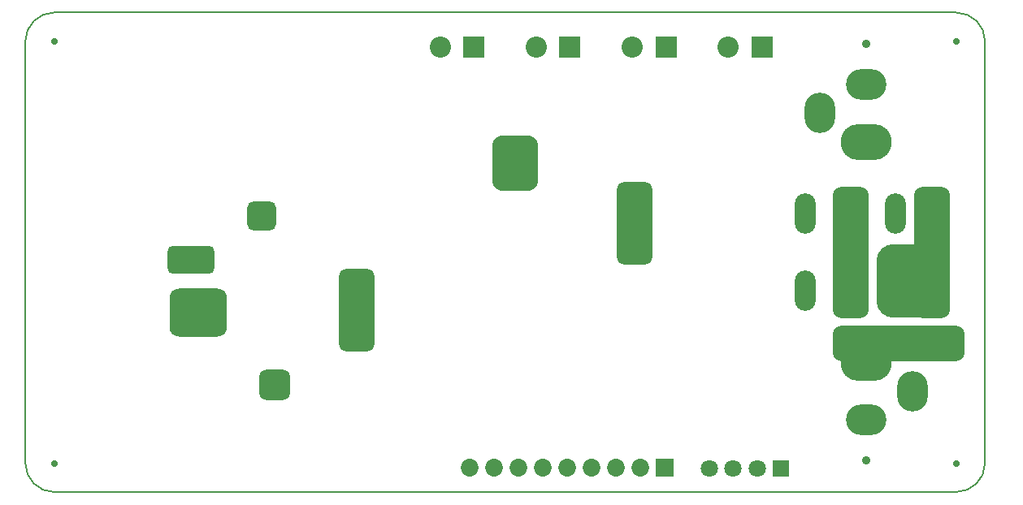
<source format=gbs>
%FSTAX43Y43*%
%MOMM*%
G71*
G01*
G75*
G04 Layer_Color=16711935*
%ADD10R,2.500X3.300*%
%ADD11R,1.500X1.900*%
%ADD12R,1.600X0.300*%
%ADD13R,3.400X9.700*%
%ADD14R,0.400X0.455*%
%ADD15R,1.050X1.100*%
%ADD16R,0.400X0.850*%
%ADD17C,1.500*%
%ADD18R,1.400X0.700*%
%ADD19R,3.800X4.500*%
%ADD20R,0.900X0.900*%
%ADD21R,1.700X1.700*%
%ADD22R,1.000X1.400*%
%ADD23R,1.700X1.700*%
%ADD24R,1.300X1.900*%
%ADD25R,0.650X1.600*%
%ADD26R,1.000X5.500*%
%ADD27R,1.600X3.000*%
%ADD28R,4.000X7.000*%
%ADD29R,0.300X0.800*%
%ADD30R,3.300X2.500*%
%ADD31R,1.000X1.500*%
%ADD32R,1.900X1.500*%
%ADD33R,3.000X2.500*%
%ADD34R,3.500X1.500*%
%ADD35R,0.900X1.200*%
%ADD36R,0.900X0.900*%
%ADD37R,0.455X0.400*%
%ADD38R,1.100X1.050*%
%ADD39R,0.850X0.400*%
%ADD40R,1.499X3.404*%
%ADD41R,0.600X0.600*%
%ADD42R,0.400X0.700*%
G04:AMPARAMS|DCode=43|XSize=2.51mm|YSize=2.55mm|CornerRadius=0.063mm|HoleSize=0mm|Usage=FLASHONLY|Rotation=270.000|XOffset=0mm|YOffset=0mm|HoleType=Round|Shape=RoundedRectangle|*
%AMROUNDEDRECTD43*
21,1,2.510,2.425,0,0,270.0*
21,1,2.385,2.550,0,0,270.0*
1,1,0.126,-1.212,-1.192*
1,1,0.126,-1.212,1.192*
1,1,0.126,1.212,1.192*
1,1,0.126,1.212,-1.192*
%
%ADD43ROUNDEDRECTD43*%
%ADD44R,0.753X3.600*%
%ADD45R,3.404X1.499*%
%ADD46R,0.700X0.400*%
G04:AMPARAMS|DCode=47|XSize=2.51mm|YSize=2.55mm|CornerRadius=0.063mm|HoleSize=0mm|Usage=FLASHONLY|Rotation=0.000|XOffset=0mm|YOffset=0mm|HoleType=Round|Shape=RoundedRectangle|*
%AMROUNDEDRECTD47*
21,1,2.510,2.425,0,0,0.0*
21,1,2.385,2.550,0,0,0.0*
1,1,0.126,1.192,-1.212*
1,1,0.126,-1.192,-1.212*
1,1,0.126,-1.192,1.212*
1,1,0.126,1.192,1.212*
%
%ADD47ROUNDEDRECTD47*%
%ADD48R,2.500X1.000*%
%ADD49R,1.400X1.000*%
%ADD50R,0.700X1.400*%
%ADD51R,4.500X3.800*%
%ADD52R,0.600X0.600*%
%ADD53R,4.700X1.250*%
%ADD54C,1.000*%
%ADD55C,0.600*%
%ADD56C,0.500*%
%ADD57C,0.300*%
%ADD58C,1.500*%
%ADD59C,0.900*%
%ADD60C,0.400*%
%ADD61C,1.700*%
%ADD62R,11.700X1.200*%
%ADD63R,4.000X11.800*%
%ADD64R,2.500X1.250*%
%ADD65R,2.500X7.100*%
%ADD66R,5.300X3.150*%
%ADD67R,6.100X1.000*%
%ADD68R,2.500X2.100*%
%ADD69R,13.900X1.900*%
%ADD70R,6.600X1.900*%
%ADD71R,3.200X8.500*%
%ADD72R,1.400X10.500*%
%ADD73R,3.300X1.500*%
%ADD74R,1.500X9.100*%
%ADD75R,1.100X3.875*%
%ADD76R,7.900X4.400*%
%ADD77R,3.200X0.600*%
%ADD78R,3.875X1.600*%
%ADD79R,15.400X1.900*%
%ADD80R,2.500X9.900*%
%ADD81R,3.400X4.200*%
%ADD82R,8.300X5.400*%
%ADD83R,24.000X2.700*%
%ADD84R,3.000X2.800*%
%ADD85R,2.900X11.200*%
%ADD86R,1.400X3.600*%
%ADD87R,4.200X1.450*%
%ADD88R,3.400X0.800*%
%ADD89R,1.000X9.300*%
%ADD90R,4.200X0.900*%
%ADD91R,3.400X5.700*%
%ADD92R,7.100X3.400*%
%ADD93R,4.400X8.250*%
%ADD94R,3.800X7.000*%
%ADD95R,4.400X13.600*%
%ADD96R,1.800X7.200*%
%ADD97R,5.100X10.400*%
%ADD98R,5.100X4.000*%
%ADD99R,7.200X5.500*%
%ADD100R,8.400X1.300*%
%ADD101R,6.100X3.100*%
%ADD102C,0.200*%
%ADD103R,2.000X2.000*%
%ADD104C,2.000*%
%ADD105C,0.500*%
%ADD106O,5.080X3.500*%
%ADD107O,3.000X4.000*%
%ADD108O,4.000X3.000*%
%ADD109C,0.700*%
%ADD110O,2.000X4.000*%
%ADD111C,1.700*%
%ADD112C,1.600*%
%ADD113R,1.600X1.600*%
%ADD114C,0.600*%
G04:AMPARAMS|DCode=115|XSize=14mm|YSize=4mm|CornerRadius=1mm|HoleSize=0mm|Usage=FLASHONLY|Rotation=0.000|XOffset=0mm|YOffset=0mm|HoleType=Round|Shape=RoundedRectangle|*
%AMROUNDEDRECTD115*
21,1,14.000,2.000,0,0,0.0*
21,1,12.000,4.000,0,0,0.0*
1,1,2.000,6.000,-1.000*
1,1,2.000,-6.000,-1.000*
1,1,2.000,-6.000,1.000*
1,1,2.000,6.000,1.000*
%
%ADD115ROUNDEDRECTD115*%
G04:AMPARAMS|DCode=116|XSize=14mm|YSize=4mm|CornerRadius=1mm|HoleSize=0mm|Usage=FLASHONLY|Rotation=270.000|XOffset=0mm|YOffset=0mm|HoleType=Round|Shape=RoundedRectangle|*
%AMROUNDEDRECTD116*
21,1,14.000,2.000,0,0,270.0*
21,1,12.000,4.000,0,0,270.0*
1,1,2.000,-1.000,-6.000*
1,1,2.000,-1.000,6.000*
1,1,2.000,1.000,6.000*
1,1,2.000,1.000,-6.000*
%
%ADD116ROUNDEDRECTD116*%
G04:AMPARAMS|DCode=117|XSize=8mm|YSize=8mm|CornerRadius=2mm|HoleSize=0mm|Usage=FLASHONLY|Rotation=270.000|XOffset=0mm|YOffset=0mm|HoleType=Round|Shape=RoundedRectangle|*
%AMROUNDEDRECTD117*
21,1,8.000,4.000,0,0,270.0*
21,1,4.000,8.000,0,0,270.0*
1,1,4.000,-2.000,-2.000*
1,1,4.000,-2.000,2.000*
1,1,4.000,2.000,2.000*
1,1,4.000,2.000,-2.000*
%
%ADD117ROUNDEDRECTD117*%
G04:AMPARAMS|DCode=118|XSize=9mm|YSize=4mm|CornerRadius=1mm|HoleSize=0mm|Usage=FLASHONLY|Rotation=270.000|XOffset=0mm|YOffset=0mm|HoleType=Round|Shape=RoundedRectangle|*
%AMROUNDEDRECTD118*
21,1,9.000,2.000,0,0,270.0*
21,1,7.000,4.000,0,0,270.0*
1,1,2.000,-1.000,-3.500*
1,1,2.000,-1.000,3.500*
1,1,2.000,1.000,3.500*
1,1,2.000,1.000,-3.500*
%
%ADD118ROUNDEDRECTD118*%
G04:AMPARAMS|DCode=119|XSize=3.5mm|YSize=5.5mm|CornerRadius=0.875mm|HoleSize=0mm|Usage=FLASHONLY|Rotation=270.000|XOffset=0mm|YOffset=0mm|HoleType=Round|Shape=RoundedRectangle|*
%AMROUNDEDRECTD119*
21,1,3.500,3.750,0,0,270.0*
21,1,1.750,5.500,0,0,270.0*
1,1,1.750,-1.875,-0.875*
1,1,1.750,-1.875,0.875*
1,1,1.750,1.875,0.875*
1,1,1.750,1.875,-0.875*
%
%ADD119ROUNDEDRECTD119*%
G04:AMPARAMS|DCode=120|XSize=3.5mm|YSize=3.5mm|CornerRadius=0.875mm|HoleSize=0mm|Usage=FLASHONLY|Rotation=270.000|XOffset=0mm|YOffset=0mm|HoleType=Round|Shape=RoundedRectangle|*
%AMROUNDEDRECTD120*
21,1,3.500,1.750,0,0,270.0*
21,1,1.750,3.500,0,0,270.0*
1,1,1.750,-0.875,-0.875*
1,1,1.750,-0.875,0.875*
1,1,1.750,0.875,0.875*
1,1,1.750,0.875,-0.875*
%
%ADD120ROUNDEDRECTD120*%
G04:AMPARAMS|DCode=121|XSize=6mm|YSize=5mm|CornerRadius=1.25mm|HoleSize=0mm|Usage=FLASHONLY|Rotation=270.000|XOffset=0mm|YOffset=0mm|HoleType=Round|Shape=RoundedRectangle|*
%AMROUNDEDRECTD121*
21,1,6.000,2.500,0,0,270.0*
21,1,3.500,5.000,0,0,270.0*
1,1,2.500,-1.250,-1.750*
1,1,2.500,-1.250,1.750*
1,1,2.500,1.250,1.750*
1,1,2.500,1.250,-1.750*
%
%ADD121ROUNDEDRECTD121*%
G04:AMPARAMS|DCode=122|XSize=6mm|YSize=7mm|CornerRadius=1.5mm|HoleSize=0mm|Usage=FLASHONLY|Rotation=270.000|XOffset=0mm|YOffset=0mm|HoleType=Round|Shape=RoundedRectangle|*
%AMROUNDEDRECTD122*
21,1,6.000,4.000,0,0,270.0*
21,1,3.000,7.000,0,0,270.0*
1,1,3.000,-2.000,-1.500*
1,1,3.000,-2.000,1.500*
1,1,3.000,2.000,1.500*
1,1,3.000,2.000,-1.500*
%
%ADD122ROUNDEDRECTD122*%
%ADD123C,2.000*%
%ADD124R,14.000X6.100*%
%ADD125C,0.100*%
%ADD126C,0.254*%
%ADD127C,0.152*%
%ADD128R,0.689X0.189*%
%ADD129R,2.703X3.503*%
%ADD130R,1.652X2.052*%
%ADD131C,1.703*%
%ADD132R,1.603X0.903*%
%ADD133R,4.003X4.703*%
%ADD134R,1.154X1.154*%
%ADD135R,1.903X1.903*%
%ADD136R,1.254X1.654*%
%ADD137R,1.903X1.903*%
%ADD138R,1.503X2.103*%
%ADD139R,0.853X1.803*%
%ADD140R,1.203X5.703*%
%ADD141R,1.803X3.203*%
%ADD142R,3.503X2.703*%
%ADD143R,1.254X1.754*%
%ADD144R,2.052X1.652*%
%ADD145R,3.703X1.703*%
%ADD146R,1.100X1.400*%
%ADD147R,1.154X1.154*%
%ADD148R,0.854X0.854*%
%ADD149R,0.603X0.903*%
G04:AMPARAMS|DCode=150|XSize=2.713mm|YSize=2.753mm|CornerRadius=0.164mm|HoleSize=0mm|Usage=FLASHONLY|Rotation=270.000|XOffset=0mm|YOffset=0mm|HoleType=Round|Shape=RoundedRectangle|*
%AMROUNDEDRECTD150*
21,1,2.713,2.425,0,0,270.0*
21,1,2.385,2.753,0,0,270.0*
1,1,0.329,-1.212,-1.192*
1,1,0.329,-1.212,1.192*
1,1,0.329,1.212,1.192*
1,1,0.329,1.212,-1.192*
%
%ADD150ROUNDEDRECTD150*%
%ADD151R,0.903X0.603*%
G04:AMPARAMS|DCode=152|XSize=2.713mm|YSize=2.753mm|CornerRadius=0.164mm|HoleSize=0mm|Usage=FLASHONLY|Rotation=0.000|XOffset=0mm|YOffset=0mm|HoleType=Round|Shape=RoundedRectangle|*
%AMROUNDEDRECTD152*
21,1,2.713,2.425,0,0,0.0*
21,1,2.385,2.753,0,0,0.0*
1,1,0.329,1.192,-1.212*
1,1,0.329,-1.192,-1.212*
1,1,0.329,-1.192,1.212*
1,1,0.329,1.192,1.212*
%
%ADD152ROUNDEDRECTD152*%
%ADD153R,2.703X1.203*%
%ADD154R,1.654X1.254*%
%ADD155R,0.903X1.603*%
%ADD156R,4.703X4.003*%
%ADD157R,0.854X0.854*%
%ADD158R,2.203X2.203*%
%ADD159C,2.203*%
%ADD160O,5.334X3.754*%
%ADD161O,3.200X4.200*%
%ADD162O,4.200X3.200*%
%ADD163C,0.903*%
%ADD164O,2.203X4.203*%
%ADD165C,0.703*%
%ADD166C,1.852*%
%ADD167R,1.852X1.852*%
%ADD168C,1.803*%
%ADD169R,1.803X1.803*%
G04:AMPARAMS|DCode=170|XSize=13.7mm|YSize=3.7mm|CornerRadius=0.85mm|HoleSize=0mm|Usage=FLASHONLY|Rotation=0.000|XOffset=0mm|YOffset=0mm|HoleType=Round|Shape=RoundedRectangle|*
%AMROUNDEDRECTD170*
21,1,13.700,2.000,0,0,0.0*
21,1,12.000,3.700,0,0,0.0*
1,1,1.700,6.000,-1.000*
1,1,1.700,-6.000,-1.000*
1,1,1.700,-6.000,1.000*
1,1,1.700,6.000,1.000*
%
%ADD170ROUNDEDRECTD170*%
G04:AMPARAMS|DCode=171|XSize=13.7mm|YSize=3.7mm|CornerRadius=0.85mm|HoleSize=0mm|Usage=FLASHONLY|Rotation=270.000|XOffset=0mm|YOffset=0mm|HoleType=Round|Shape=RoundedRectangle|*
%AMROUNDEDRECTD171*
21,1,13.700,2.000,0,0,270.0*
21,1,12.000,3.700,0,0,270.0*
1,1,1.700,-1.000,-6.000*
1,1,1.700,-1.000,6.000*
1,1,1.700,1.000,6.000*
1,1,1.700,1.000,-6.000*
%
%ADD171ROUNDEDRECTD171*%
G04:AMPARAMS|DCode=172|XSize=7.7mm|YSize=7.7mm|CornerRadius=1.85mm|HoleSize=0mm|Usage=FLASHONLY|Rotation=270.000|XOffset=0mm|YOffset=0mm|HoleType=Round|Shape=RoundedRectangle|*
%AMROUNDEDRECTD172*
21,1,7.700,4.000,0,0,270.0*
21,1,4.000,7.700,0,0,270.0*
1,1,3.700,-2.000,-2.000*
1,1,3.700,-2.000,2.000*
1,1,3.700,2.000,2.000*
1,1,3.700,2.000,-2.000*
%
%ADD172ROUNDEDRECTD172*%
G04:AMPARAMS|DCode=173|XSize=8.7mm|YSize=3.7mm|CornerRadius=0.85mm|HoleSize=0mm|Usage=FLASHONLY|Rotation=270.000|XOffset=0mm|YOffset=0mm|HoleType=Round|Shape=RoundedRectangle|*
%AMROUNDEDRECTD173*
21,1,8.700,2.000,0,0,270.0*
21,1,7.000,3.700,0,0,270.0*
1,1,1.700,-1.000,-3.500*
1,1,1.700,-1.000,3.500*
1,1,1.700,1.000,3.500*
1,1,1.700,1.000,-3.500*
%
%ADD173ROUNDEDRECTD173*%
G04:AMPARAMS|DCode=174|XSize=2.9mm|YSize=4.9mm|CornerRadius=0.575mm|HoleSize=0mm|Usage=FLASHONLY|Rotation=270.000|XOffset=0mm|YOffset=0mm|HoleType=Round|Shape=RoundedRectangle|*
%AMROUNDEDRECTD174*
21,1,2.900,3.750,0,0,270.0*
21,1,1.750,4.900,0,0,270.0*
1,1,1.150,-1.875,-0.875*
1,1,1.150,-1.875,0.875*
1,1,1.150,1.875,0.875*
1,1,1.150,1.875,-0.875*
%
%ADD174ROUNDEDRECTD174*%
G04:AMPARAMS|DCode=175|XSize=3mm|YSize=3mm|CornerRadius=0.625mm|HoleSize=0mm|Usage=FLASHONLY|Rotation=270.000|XOffset=0mm|YOffset=0mm|HoleType=Round|Shape=RoundedRectangle|*
%AMROUNDEDRECTD175*
21,1,3.000,1.750,0,0,270.0*
21,1,1.750,3.000,0,0,270.0*
1,1,1.250,-0.875,-0.875*
1,1,1.250,-0.875,0.875*
1,1,1.250,0.875,0.875*
1,1,1.250,0.875,-0.875*
%
%ADD175ROUNDEDRECTD175*%
G04:AMPARAMS|DCode=176|XSize=3.2mm|YSize=3.2mm|CornerRadius=0.725mm|HoleSize=0mm|Usage=FLASHONLY|Rotation=270.000|XOffset=0mm|YOffset=0mm|HoleType=Round|Shape=RoundedRectangle|*
%AMROUNDEDRECTD176*
21,1,3.200,1.750,0,0,270.0*
21,1,1.750,3.200,0,0,270.0*
1,1,1.450,-0.875,-0.875*
1,1,1.450,-0.875,0.875*
1,1,1.450,0.875,0.875*
1,1,1.450,0.875,-0.875*
%
%ADD176ROUNDEDRECTD176*%
G04:AMPARAMS|DCode=177|XSize=5.8mm|YSize=4.8mm|CornerRadius=1.15mm|HoleSize=0mm|Usage=FLASHONLY|Rotation=270.000|XOffset=0mm|YOffset=0mm|HoleType=Round|Shape=RoundedRectangle|*
%AMROUNDEDRECTD177*
21,1,5.800,2.500,0,0,270.0*
21,1,3.500,4.800,0,0,270.0*
1,1,2.300,-1.250,-1.750*
1,1,2.300,-1.250,1.750*
1,1,2.300,1.250,1.750*
1,1,2.300,1.250,-1.750*
%
%ADD177ROUNDEDRECTD177*%
G04:AMPARAMS|DCode=178|XSize=5mm|YSize=6mm|CornerRadius=1mm|HoleSize=0mm|Usage=FLASHONLY|Rotation=270.000|XOffset=0mm|YOffset=0mm|HoleType=Round|Shape=RoundedRectangle|*
%AMROUNDEDRECTD178*
21,1,5.000,4.000,0,0,270.0*
21,1,3.000,6.000,0,0,270.0*
1,1,2.000,-2.000,-1.500*
1,1,2.000,-2.000,1.500*
1,1,2.000,2.000,1.500*
1,1,2.000,2.000,-1.500*
%
%ADD178ROUNDEDRECTD178*%
D102*
X0313299Y0203571D02*
G03*
X0316299Y0206571I0J0003D01*
G01*
X0316299Y0250571D02*
G03*
X0313299Y0253571I-0003J0D01*
G01*
X0219299Y0253571D02*
G03*
X0216299Y0250571I0J-0003D01*
G01*
X0216299Y0206571D02*
G03*
X0219299Y0203571I0003J0D01*
G01*
X0219299Y0253571D02*
X0313299Y0253571D01*
X0316299Y0206571D02*
X0316299Y0250571D01*
X0219299Y0203571D02*
X0313299Y0203571D01*
X0216299Y0206571D02*
X0216299Y0250571D01*
D158*
X0263049Y0249971D02*
D03*
X0273049Y0249971D02*
D03*
X0283049Y0249971D02*
D03*
X0293049Y0249971D02*
D03*
D159*
X0259549Y0249971D02*
D03*
X0269549Y0249971D02*
D03*
X0279549Y0249971D02*
D03*
X0289549Y0249971D02*
D03*
D160*
X0303898Y0240071D02*
D03*
X0303898Y0217071D02*
D03*
D161*
X0299099Y0243071D02*
D03*
X0308699Y0214071D02*
D03*
D162*
X0303898Y0246071D02*
D03*
X0303898Y0211071D02*
D03*
D163*
X0303898Y0250271D02*
D03*
X0303898Y0206871D02*
D03*
D164*
X0306999Y0232571D02*
D03*
X0297599Y0232571D02*
D03*
X0302299Y0232571D02*
D03*
X0306999Y0224571D02*
D03*
X0297599Y0224571D02*
D03*
X0302299Y0224571D02*
D03*
D165*
X0219299Y0206571D02*
D03*
X0313299Y0206571D02*
D03*
X0313299Y0250571D02*
D03*
X0219299Y0250571D02*
D03*
X0241324Y0214321D02*
D03*
X0241324Y0215226D02*
D03*
X0243274Y0215226D02*
D03*
X0243274Y0214321D02*
D03*
X0242299Y0213868D02*
D03*
X0242299Y0214773D02*
D03*
X0242299Y0215678D02*
D03*
X0241349Y0231396D02*
D03*
X0240444Y0231396D02*
D03*
X0240444Y0233346D02*
D03*
X0241349Y0233346D02*
D03*
X0241802Y0232371D02*
D03*
X0240897Y0232371D02*
D03*
X0239992Y0232371D02*
D03*
X0234049Y0228746D02*
D03*
X0234954Y0228746D02*
D03*
X0234954Y0226796D02*
D03*
X0234049Y0226796D02*
D03*
X0233596Y0227771D02*
D03*
X0234501Y0227771D02*
D03*
X0235406Y0227771D02*
D03*
D166*
X0262639Y0206071D02*
D03*
X0280419Y0206071D02*
D03*
X0277879Y0206071D02*
D03*
X0275339Y0206071D02*
D03*
X0270259Y0206071D02*
D03*
X0272799Y0206071D02*
D03*
X0267719Y0206071D02*
D03*
X0265178Y0206071D02*
D03*
D167*
X0282958Y0206071D02*
D03*
D168*
X0290049Y0206046D02*
D03*
X0287549Y0206046D02*
D03*
X0292549Y0206046D02*
D03*
D169*
X0295049Y0206046D02*
D03*
D170*
X0307299Y0219071D02*
D03*
D171*
X0310799Y0228571D02*
D03*
X0302299Y0228571D02*
D03*
D172*
X0308799Y0225571D02*
D03*
D173*
X0250799Y0222571D02*
D03*
X0279799Y0231571D02*
D03*
D174*
X0233549Y0227771D02*
D03*
D175*
X0240897Y0232371D02*
D03*
D176*
X0242299Y0214773D02*
D03*
D177*
X0267299Y0237821D02*
D03*
D178*
X0234299Y0222246D02*
D03*
M02*

</source>
